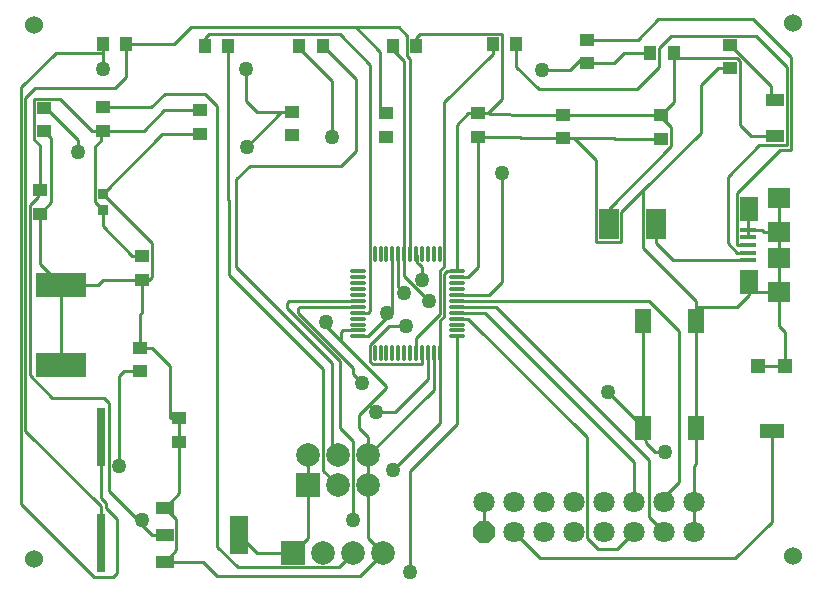
<source format=gtl>
G04*
G04 #@! TF.GenerationSoftware,Altium Limited,Altium Designer,20.0.13 (296)*
G04*
G04 Layer_Physical_Order=1*
G04 Layer_Color=255*
%FSLAX44Y44*%
%MOMM*%
G71*
G01*
G75*
%ADD13C,0.2540*%
%ADD14R,1.2500X1.0000*%
%ADD15R,0.8500X0.8500*%
%ADD16R,1.3000X1.3000*%
%ADD17R,2.0000X1.3000*%
%ADD18O,0.3000X1.4000*%
%ADD19O,1.4000X0.3000*%
%ADD20R,1.5000X3.3000*%
%ADD21R,1.5000X1.0000*%
%ADD22R,4.3000X2.0000*%
%ADD23R,1.0000X1.2500*%
%ADD24R,0.8000X5.0000*%
%ADD25R,1.6000X1.0000*%
%ADD26R,1.7000X2.5000*%
%ADD27R,1.9000X1.7500*%
%ADD28R,1.9000X1.8000*%
%ADD29R,1.6000X2.1000*%
%ADD30R,1.4000X0.4000*%
%ADD31R,1.4000X2.1000*%
%ADD56C,1.8000*%
%ADD57P,1.9483X8X22.5*%
%ADD58C,1.5240*%
%ADD59C,2.0000*%
%ADD60R,2.0000X2.0000*%
%ADD61C,1.2700*%
D13*
X951070Y991616D02*
X969866Y972820D01*
X1053084D02*
X1071880Y991616D01*
X969866Y972820D02*
X1053084D01*
X972820Y989330D02*
X996000D01*
X1006160Y999490D01*
X1010920Y994730D01*
X856020Y814538D02*
X877316Y793242D01*
X856020Y814538D02*
Y833210D01*
X871220Y811530D02*
Y822178D01*
X868680Y824718D02*
X871220Y822178D01*
X866020Y833210D02*
X867250Y831980D01*
Y826148D02*
Y831980D01*
Y826148D02*
X868680Y824718D01*
X827250Y756272D02*
X843138Y772160D01*
X857250D01*
X802640Y759460D02*
X840323Y721777D01*
Y719673D02*
Y721777D01*
X817880Y697230D02*
X840323Y719673D01*
X827250Y742149D02*
Y756272D01*
Y742149D02*
X829458Y739940D01*
X812800Y731520D02*
Y736870D01*
X765810Y783860D02*
X812800Y736870D01*
Y731520D02*
X820420Y723900D01*
X801370Y686308D02*
Y742950D01*
X795020Y672745D02*
Y740981D01*
X787654Y649986D02*
Y735639D01*
X713740Y822261D02*
X795020Y740981D01*
X707390Y815903D02*
X787654Y735639D01*
X825686Y763710D02*
X846020Y784044D01*
X816520Y763710D02*
X825686D01*
X829458Y739940D02*
X871020D01*
X851020Y805314D02*
X855980Y800354D01*
X846020Y788108D02*
Y833210D01*
X827250Y785198D02*
Y993422D01*
X825762Y783710D02*
X827250Y785198D01*
X816520Y783710D02*
X825762D01*
X801370Y1019302D02*
X827250Y993422D01*
X851020Y805314D02*
Y833210D01*
X531622Y621538D02*
Y974598D01*
X538849Y730643D02*
X558038Y711454D01*
X535309Y965573D02*
X543404Y973667D01*
X531622Y974598D02*
X560832Y1003808D01*
X599440Y588730D02*
Y619776D01*
X614426Y654050D02*
Y729902D01*
X558038Y711454D02*
X601472D01*
X605790Y632460D02*
X634492Y603758D01*
X535309Y683907D02*
X599440Y619776D01*
X538849Y730643D02*
Y874840D01*
X535309Y683907D02*
Y965573D01*
X531622Y621538D02*
X593344Y559816D01*
X605790Y632460D02*
Y707136D01*
X601472Y711454D02*
X605790Y707136D01*
X538849Y874840D02*
X546100Y882091D01*
X593344Y559816D02*
X609346D01*
X633730Y604012D02*
X642112Y595630D01*
X633730Y604012D02*
Y608330D01*
X642112Y595630D02*
X653300D01*
X612648Y563118D02*
Y609346D01*
X609346Y559816D02*
X612648Y563118D01*
X801370Y686308D02*
X812800Y674878D01*
Y608330D02*
Y674878D01*
X825500Y593090D02*
Y637540D01*
Y593090D02*
X838200Y580390D01*
X817880Y685800D02*
Y697230D01*
Y685800D02*
X825500Y678180D01*
Y662940D02*
Y678180D01*
X832230Y699390D02*
X847980D01*
X876020Y727430D01*
X871020Y739940D02*
Y749210D01*
X756920Y787400D02*
X801370Y742950D01*
X800100Y662940D02*
Y667665D01*
X795020Y672745D02*
X800100Y667665D01*
X876020Y727430D02*
Y749210D01*
X861060Y563880D02*
Y649478D01*
X900684Y689102D01*
X1068578Y665480D02*
X1076960D01*
X1060704Y673354D02*
X1068578Y665480D01*
X1063284Y793710D02*
X1088390Y768604D01*
X1075690Y627475D02*
X1088390Y640175D01*
Y768604D01*
X1075690Y623570D02*
Y627475D01*
X802640Y759460D02*
Y767222D01*
X789940Y772160D02*
X802640Y759460D01*
Y767222D02*
X804128Y768710D01*
X816520D01*
X789940Y772160D02*
Y775970D01*
X767298Y788710D02*
X816520D01*
X765810Y783860D02*
Y787222D01*
X767298Y788710D01*
X758408Y793710D02*
X816520D01*
X756920Y792222D02*
X758408Y793710D01*
X756920Y787400D02*
Y792222D01*
X600710Y937580D02*
X635320D01*
X652780Y955040D02*
X683260D01*
X635320Y937580D02*
X652780Y955040D01*
X722630Y924306D02*
X752094Y953770D01*
X767240Y1007966D02*
X795020Y980186D01*
Y932180D02*
Y980186D01*
X815340Y920750D02*
Y981550D01*
X725170Y908050D02*
X802640D01*
X815340Y920750D01*
X814832Y1025398D02*
X835760Y1004470D01*
Y956230D02*
X839490Y952500D01*
X840740D01*
X835760Y956230D02*
Y1004470D01*
X841248Y783336D02*
X846020Y788108D01*
X787240Y1009650D02*
X815340Y981550D01*
X927608Y798710D02*
X938530Y809632D01*
Y901700D01*
X900520Y798710D02*
X927608D01*
X713740Y896620D02*
X725170Y908050D01*
X713740Y822261D02*
Y896620D01*
X707070Y879414D02*
X707390Y879094D01*
Y815903D02*
Y879094D01*
X1084420Y999236D02*
Y1003300D01*
Y962340D02*
Y999236D01*
X1137666D01*
X1071786Y951070D02*
X1081786Y941070D01*
X1071626Y951230D02*
X1071786Y951070D01*
X846020Y784044D02*
Y788108D01*
X599440Y937580D02*
X600710D01*
X592074D02*
X599440D01*
Y929640D02*
Y937580D01*
X546100Y882091D02*
Y887570D01*
X1058164Y887222D02*
X1107186Y936244D01*
X1039876Y868934D02*
X1058164Y887222D01*
X999744Y931230D02*
X1033951D01*
X990600D02*
X999744D01*
X1147980Y800920D02*
Y809920D01*
Y798730D02*
Y800920D01*
X1173480D01*
X1103270Y788670D02*
Y793602D01*
Y776520D02*
Y788670D01*
X814832Y1025398D02*
X851662D01*
X731520Y953770D02*
X752094D01*
X560832Y1003808D02*
X600870D01*
X900684Y689102D02*
Y763710D01*
X1166622Y963690D02*
Y975708D01*
X1029020Y858520D02*
Y871794D01*
X1081786Y924560D01*
Y941070D01*
X990600Y951230D02*
X1071626D01*
X955802D02*
X990600D01*
X918210Y952500D02*
X955802Y951230D01*
X1071786Y951070D02*
X1073150D01*
X990600Y951230D02*
X1071786Y951070D01*
X1149364Y933690D02*
X1169670D01*
X1140206Y942848D02*
X1149364Y933690D01*
X1140206Y942848D02*
Y996696D01*
X1137666Y999236D02*
X1140206Y996696D01*
X1073150Y951070D02*
X1084420Y962340D01*
X625856Y831690D02*
X633730D01*
X600710Y856836D02*
X625856Y831690D01*
X600710Y856836D02*
Y870570D01*
X546100Y887570D02*
X547370D01*
X774700Y593090D02*
Y637540D01*
X762000Y580390D02*
X774700Y593090D01*
X731540Y580390D02*
X762000D01*
X716300Y595630D02*
X731540Y580390D01*
X999744Y931230D02*
X1018032Y912942D01*
Y843534D02*
Y912942D01*
Y843534D02*
X1039876D01*
Y868934D01*
X1107186Y976282D02*
X1121664Y990760D01*
X665480Y630810D02*
Y674530D01*
X653300Y618630D02*
X665480Y630810D01*
X653300Y572630D02*
X663194Y582524D01*
Y608736D01*
X653300Y618630D02*
X663194Y608736D01*
X551180Y937420D02*
X557022Y931578D01*
Y877222D02*
Y931578D01*
X547370Y867570D02*
X557022Y877222D01*
X632460Y754220D02*
X642112D01*
X657926Y738406D01*
Y694530D02*
Y738406D01*
Y694530D02*
X665480D01*
X543404Y973667D02*
X611049D01*
X620870Y983488D01*
Y1010920D01*
X752094Y953770D02*
X760730D01*
X600870Y1003808D02*
Y1010920D01*
Y989678D02*
Y1003808D01*
X722122Y963168D02*
Y989678D01*
Y963168D02*
X731520Y953770D01*
X599440Y626491D02*
Y678730D01*
Y626491D02*
X603250Y622681D01*
Y618744D02*
Y622681D01*
Y618744D02*
X612648Y609346D01*
X618744Y734220D02*
X632460D01*
X614426Y729902D02*
X618744Y734220D01*
X1058270Y686520D02*
X1060704Y673354D01*
X1058270Y686520D02*
Y687218D01*
X1028827Y716661D02*
X1058270Y687218D01*
X866020Y749210D02*
Y762658D01*
X885936Y782574D01*
Y819134D01*
X890016Y823214D01*
Y961992D01*
X931070Y1003046D01*
Y1010920D01*
X580136Y919480D02*
Y929734D01*
X552450Y957420D02*
X580136Y929734D01*
X551180Y957420D02*
X552450D01*
X600710Y957580D02*
X641858D01*
X653542Y969264D01*
X687578D01*
X697738Y959104D01*
Y585470D02*
Y959104D01*
Y585470D02*
X715088Y568120D01*
X800530D01*
X812800Y580390D01*
X1010920Y1014730D02*
X1053592D01*
X1071118Y1032256D01*
X1151384D01*
X1183640Y999999D01*
Y921766D02*
Y999999D01*
X1174496Y921766D02*
X1183640D01*
X1137666Y884936D02*
X1174496Y921766D01*
X1137666Y841428D02*
Y884936D01*
Y841428D02*
X1146980Y840920D01*
X690372Y1019302D02*
X801370D01*
X687070Y1016000D02*
X690372Y1019302D01*
X687070Y1009650D02*
Y1016000D01*
X886020Y749210D02*
Y777117D01*
X889476Y780574D01*
Y816256D01*
X891930Y818710D01*
X900520D01*
X1167130Y606552D02*
Y683700D01*
X1136396Y575818D02*
X1167130Y606552D01*
X971042Y575818D02*
X1136396D01*
X948690Y598170D02*
X971042Y575818D01*
X861020Y833210D02*
Y998768D01*
X858774Y1001014D02*
X861020Y998768D01*
X858774Y1001014D02*
Y1018286D01*
X851662Y1025398D02*
X858774Y1018286D01*
X918210Y952500D02*
X926592D01*
X938530Y964438D01*
Y1019556D01*
X869696D02*
X938530D01*
X866140Y1016000D02*
X869696Y1019556D01*
X866140Y1009650D02*
Y1016000D01*
X900520Y793710D02*
X1063284D01*
X1062990Y610870D02*
X1075690Y598170D01*
X1062990Y610870D02*
Y659384D01*
X933664Y788710D02*
X1062990Y659384D01*
X900520Y788710D02*
X933664D01*
X620870Y1010920D02*
X660908D01*
X675386Y1025398D01*
X814832D01*
X600710Y884570D02*
X642366Y842914D01*
Y813976D02*
Y842914D01*
X640080Y811690D02*
X642366Y813976D01*
X633730Y811690D02*
X640080D01*
X1166622Y963690D02*
X1169670D01*
X1131570Y1010760D02*
X1166622Y975708D01*
X1083872Y827920D02*
X1146980D01*
X1069020Y842772D02*
X1083872Y827920D01*
X1069020Y842772D02*
Y858520D01*
X1058164Y838708D02*
X1103270Y793602D01*
X1058164Y838708D02*
Y887222D01*
X1107186Y936244D02*
Y976282D01*
X1121664Y990760D02*
X1131570D01*
X547370Y887570D02*
Y925322D01*
X542544Y930148D02*
X547370Y925322D01*
X542544Y930148D02*
Y964692D01*
X564962D01*
X592074Y937580D01*
X881020Y718460D02*
Y749210D01*
X825500Y662940D02*
X881020Y718460D01*
X787654Y649986D02*
X800100Y637540D01*
X707070Y879414D02*
Y1009650D01*
X886020Y689932D02*
Y749210D01*
X846328Y650240D02*
X886020Y689932D01*
X1137920Y834420D02*
X1146980D01*
X1129792Y842548D02*
X1137920Y834420D01*
X1129792Y842548D02*
Y898652D01*
X1156462Y925322D01*
X1180084D01*
Y991905D01*
X1153957Y1018032D02*
X1180084Y991905D01*
X1082040Y1018032D02*
X1153957D01*
X1071880Y1007872D02*
X1082040Y1018032D01*
X1071880Y991616D02*
Y1007872D01*
X951070Y991616D02*
Y1010920D01*
X900520Y783710D02*
X924186D01*
X1050290Y657606D01*
Y623570D02*
Y657606D01*
X1036066Y583946D02*
X1050290Y598170D01*
X1020318Y583946D02*
X1036066D01*
X1010920Y593344D02*
X1020318Y583946D01*
X1010920Y593344D02*
Y678126D01*
X910336Y778710D02*
X1010920Y678126D01*
X900520Y778710D02*
X910336D01*
X767240Y1007966D02*
Y1009650D01*
X900520Y763710D02*
X900684D01*
X918210Y822092D02*
Y932500D01*
X909828Y813710D02*
X918210Y822092D01*
X900520Y813710D02*
X909828D01*
X856020Y833210D02*
Y996468D01*
X846140Y1006348D02*
X856020Y996468D01*
X846140Y1006348D02*
Y1009650D01*
X653300Y572630D02*
X685800D01*
X697852Y560578D01*
X818388D01*
X838200Y580390D01*
X547370Y825210D02*
Y867570D01*
Y825210D02*
X565150Y807430D01*
X1103270Y788670D02*
X1137920D01*
X1147980Y798730D01*
X651180Y935040D02*
X683260D01*
X600710Y884570D02*
X651180Y935040D01*
X1034111Y931070D02*
X1073150D01*
X1033951Y931230D02*
X1034111Y931070D01*
X910172Y952500D02*
X918210D01*
X900520Y942848D02*
X910172Y952500D01*
X900520Y818710D02*
Y942848D01*
X594106Y924306D02*
X599440Y929640D01*
X594106Y877174D02*
Y924306D01*
Y877174D02*
X600710Y870570D01*
X774700Y637540D02*
Y662940D01*
X955040Y931230D02*
X990600D01*
X953770Y932500D02*
X955040Y931230D01*
X918210Y932500D02*
X953770D01*
X1103270Y655976D02*
Y686520D01*
X1101090Y653796D02*
X1103270Y655976D01*
X1101090Y623570D02*
Y653796D01*
Y598170D02*
Y623570D01*
X1155630Y738700D02*
X1178630D01*
X1147980Y863330D02*
Y871920D01*
X1146980Y862330D02*
X1147980Y863330D01*
X1146980Y853920D02*
Y862330D01*
Y847420D02*
Y853920D01*
X1103270Y686520D02*
Y776520D01*
X1173480Y772230D02*
Y800920D01*
Y772230D02*
X1178630Y767080D01*
Y738700D02*
Y767080D01*
X1161006Y852170D02*
X1173480D01*
X1159256Y853920D02*
X1161006Y852170D01*
X1146980Y853920D02*
X1159256D01*
X1173480Y852170D02*
Y880920D01*
Y800920D02*
Y829670D01*
Y852170D01*
X825500Y637540D02*
Y662940D01*
X923290Y598170D02*
Y623570D01*
X665480Y674530D02*
Y694530D01*
X633730Y783590D02*
Y811690D01*
X632460Y782320D02*
X633730Y783590D01*
X632460Y754220D02*
Y782320D01*
X601414Y811690D02*
X633730D01*
X597154Y807430D02*
X601414Y811690D01*
X565150Y807430D02*
X597154D01*
X565150Y739430D02*
Y807430D01*
X1058270Y687218D02*
Y776520D01*
X1041842Y1003300D02*
X1064420D01*
X1033272Y994730D02*
X1041842Y1003300D01*
X1010920Y994730D02*
X1033272D01*
D14*
X1010920Y1014730D02*
D03*
Y994730D02*
D03*
X547370Y887570D02*
D03*
Y867570D02*
D03*
X551180Y957420D02*
D03*
Y937420D02*
D03*
X683260Y935040D02*
D03*
Y955040D02*
D03*
X665480Y674530D02*
D03*
Y694530D02*
D03*
X600710Y957580D02*
D03*
Y937580D02*
D03*
X760730Y953770D02*
D03*
Y933770D02*
D03*
X840740Y952500D02*
D03*
Y932500D02*
D03*
X633730Y811690D02*
D03*
Y831690D02*
D03*
X1073150Y931070D02*
D03*
Y951070D02*
D03*
X990600Y931230D02*
D03*
Y951230D02*
D03*
X918210Y932500D02*
D03*
Y952500D02*
D03*
X1131570Y1010760D02*
D03*
Y990760D02*
D03*
X632460Y754220D02*
D03*
Y734220D02*
D03*
D15*
X600710Y884570D02*
D03*
Y870570D02*
D03*
D16*
X1155630Y738700D02*
D03*
X1178630D02*
D03*
D17*
X1167130Y683700D02*
D03*
D18*
X886020Y833210D02*
D03*
X881020D02*
D03*
X876020D02*
D03*
X871020D02*
D03*
X866020D02*
D03*
X861020D02*
D03*
X856020D02*
D03*
X851020D02*
D03*
X846020D02*
D03*
X841020D02*
D03*
X836020D02*
D03*
X831020D02*
D03*
Y749210D02*
D03*
X836020D02*
D03*
X841020D02*
D03*
X846020D02*
D03*
X851020D02*
D03*
X856020D02*
D03*
X861020D02*
D03*
X866020D02*
D03*
X871020D02*
D03*
X876020D02*
D03*
X881020D02*
D03*
X886020D02*
D03*
D19*
X816520Y818710D02*
D03*
Y813710D02*
D03*
Y808710D02*
D03*
Y803710D02*
D03*
Y798710D02*
D03*
Y793710D02*
D03*
Y788710D02*
D03*
Y783710D02*
D03*
Y778710D02*
D03*
Y773710D02*
D03*
Y768710D02*
D03*
Y763710D02*
D03*
X900520D02*
D03*
Y768710D02*
D03*
Y773710D02*
D03*
Y778710D02*
D03*
Y783710D02*
D03*
Y788710D02*
D03*
Y793710D02*
D03*
Y798710D02*
D03*
Y803710D02*
D03*
Y808710D02*
D03*
Y813710D02*
D03*
Y818710D02*
D03*
D20*
X716300Y595630D02*
D03*
D21*
X653300Y572630D02*
D03*
Y618630D02*
D03*
Y595630D02*
D03*
D22*
X565150Y739430D02*
D03*
Y807430D02*
D03*
D23*
X600870Y1010920D02*
D03*
X620870D02*
D03*
X707070Y1009650D02*
D03*
X687070D02*
D03*
X787240D02*
D03*
X767240D02*
D03*
X866140D02*
D03*
X846140D02*
D03*
X931070Y1010920D02*
D03*
X951070D02*
D03*
X1064420Y1003300D02*
D03*
X1084420D02*
D03*
D24*
X599440Y678730D02*
D03*
Y588730D02*
D03*
D25*
X1169670Y933690D02*
D03*
Y963690D02*
D03*
D26*
X1069020Y858520D02*
D03*
X1029020D02*
D03*
D27*
X1173480Y852170D02*
D03*
Y829670D02*
D03*
D28*
Y880920D02*
D03*
Y800920D02*
D03*
D29*
X1147980Y871920D02*
D03*
Y809920D02*
D03*
D30*
X1146980Y853920D02*
D03*
Y847420D02*
D03*
Y840920D02*
D03*
Y834420D02*
D03*
Y827920D02*
D03*
D31*
X1103270Y776520D02*
D03*
X1058270D02*
D03*
X1103270Y686520D02*
D03*
X1058270D02*
D03*
D56*
X1101090Y623570D02*
D03*
Y598170D02*
D03*
X1075690Y623570D02*
D03*
Y598170D02*
D03*
X1050290Y623570D02*
D03*
Y598170D02*
D03*
X1024890Y623570D02*
D03*
Y598170D02*
D03*
X923290Y623570D02*
D03*
X948690Y598170D02*
D03*
Y623570D02*
D03*
X974090Y598170D02*
D03*
Y623570D02*
D03*
X999490Y598170D02*
D03*
Y623570D02*
D03*
D57*
X923290Y598170D02*
D03*
D58*
X1184910Y1028700D02*
D03*
X542290Y1027430D02*
D03*
X1184910Y577850D02*
D03*
X542290Y575310D02*
D03*
D59*
X812800Y580390D02*
D03*
X787400D02*
D03*
X838200D02*
D03*
X774700Y662940D02*
D03*
X825500D02*
D03*
X800100D02*
D03*
Y637540D02*
D03*
X825500D02*
D03*
D60*
X762000Y580390D02*
D03*
X774700Y637540D02*
D03*
D61*
X972820Y989330D02*
D03*
X871220Y811530D02*
D03*
X857250Y772160D02*
D03*
X820420Y723900D02*
D03*
X855980Y800354D02*
D03*
X614426Y654050D02*
D03*
X633730Y608330D02*
D03*
X812800D02*
D03*
X832230Y699390D02*
D03*
X861060Y563880D02*
D03*
X1076960Y665480D02*
D03*
X789940Y775970D02*
D03*
X722630Y924306D02*
D03*
X795020Y932180D02*
D03*
X841248Y783336D02*
D03*
X938530Y901700D02*
D03*
X600870Y989678D02*
D03*
X722122D02*
D03*
X1028827Y716661D02*
D03*
X877316Y793242D02*
D03*
X580136Y919480D02*
D03*
X846328Y650240D02*
D03*
M02*

</source>
